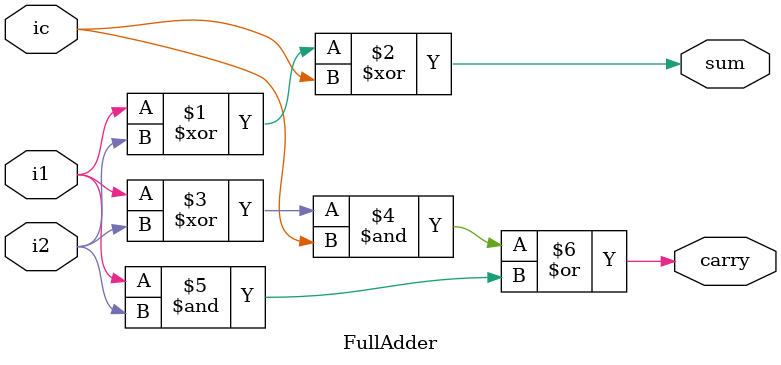
<source format=v>
/**************************************************
 * COQ-TO-VERILOG DESCRIPTION FILE
 * GENERATED 2018-03-08 16:47:01
 **************************************************/
module FullAdder
  (
    input i1, i2, ic, 
    output sum, carry
  );

  assign sum = i1 ^ i2 ^ ic;
  assign carry = ((i1 ^ i2) & ic) | (i1 & i2);

endmodule
</source>
